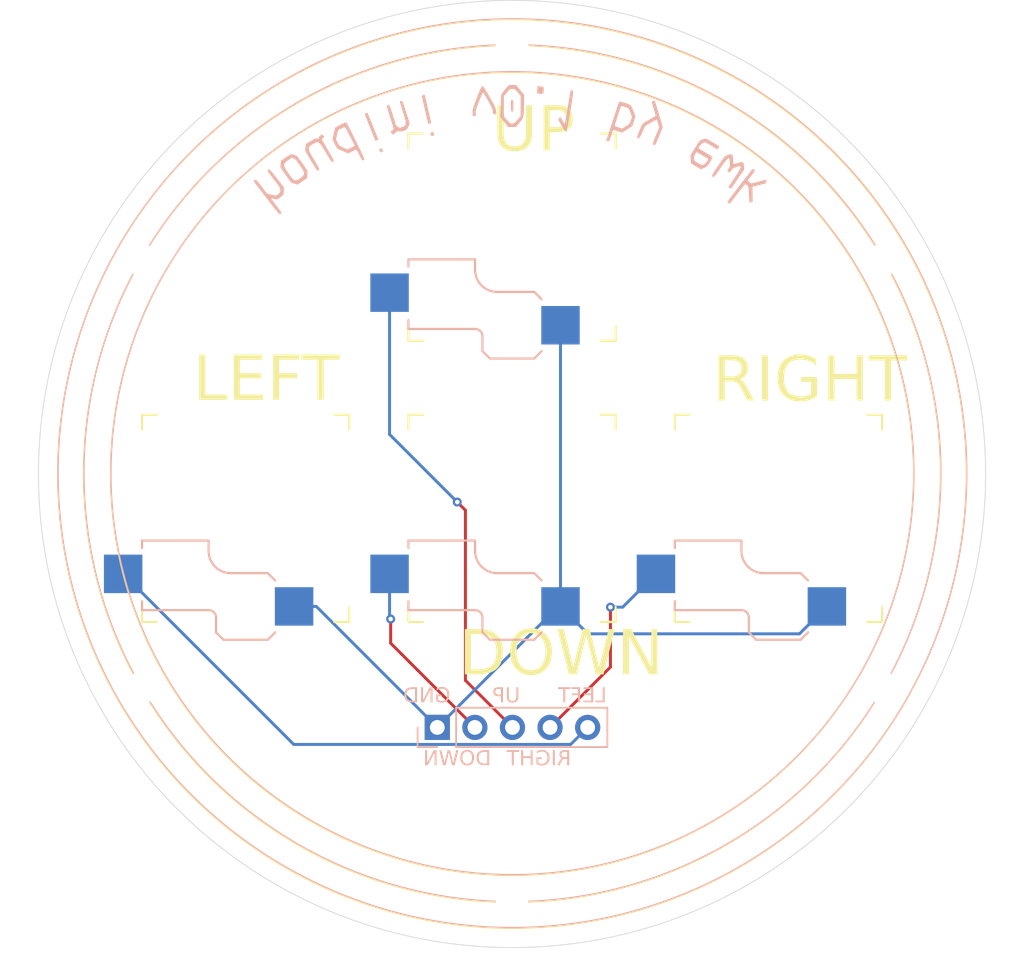
<source format=kicad_pcb>
(kicad_pcb (version 20241229) (generator "pcbnew") (generator_version "9.0")
  (layers (0 "F.Cu" signal) (2 "B.Cu" signal) (13 "F.Paste" user) (15 "B.Paste" user) (5 "F.SilkS" user "F.Silkscreen") (7 "B.SilkS" user "B.Silkscreen") (1 "F.Mask" user) (3 "B.Mask" user) (25 "Edge.Cuts" user))
  (net 0 "")
  (net 1 "LEFT")
  (net 2 "GND")
  (net 3 "DOWN")
  (net 4 "RIGHT")
  (net 5 "UP")
  (footprint "MountingHole:MountingHole_2.2mm_M2" (layer "F.Cu") (at 132.614737 48.5)
    (property "Reference" "REF**" (hide yes))
    (property "Value" "MountingHole_2.2mm_M2")
    (pad "" np_thru_hole circle (at 0 0) (size 2.2 2.2) (drill 2.2) (layers "*.Cu" "*.Mask"))
  )
  (footprint "kbdextras:Kailh_socket_PG1350" (layer "F.Cu") (at 107.5 47)
    (property "Reference" "UP1" (hide yes))
    (property "Value" "SW_SPST")
    (fp_line (start -7 -6) (end -7 -7) (stroke (width 0.15)) (layer "F.SilkS"))
    (fp_line (start -7 7) (end -7 6) (stroke (width 0.15)) (layer "F.SilkS"))
    (fp_line (start -7 7) (end -6 7) (stroke (width 0.15)) (layer "F.SilkS"))
    (fp_line (start -6 -7) (end -7 -7) (stroke (width 0.15)) (layer "F.SilkS"))
    (fp_line (start 6 7) (end 7 7) (stroke (width 0.15)) (layer "F.SilkS"))
    (fp_line (start 7 -7) (end 6 -7) (stroke (width 0.15)) (layer "F.SilkS"))
    (fp_line (start 7 -7) (end 7 -6) (stroke (width 0.15)) (layer "F.SilkS"))
    (fp_line (start 7 6) (end 7 7) (stroke (width 0.15)) (layer "F.SilkS"))
    (fp_line (start 7 7) (end 6 7) (stroke (width 0.15)) (layer "F.SilkS"))
    (fp_line (start -7 1.5) (end -7 2) (stroke (width 0.15)) (layer "B.SilkS"))
    (fp_line (start -7 5.6) (end -7 6.2) (stroke (width 0.15)) (layer "B.SilkS"))
    (fp_line (start -7 6.2) (end -2.5 6.2) (stroke (width 0.15)) (layer "B.SilkS"))
    (fp_line (start -2.5 1.5) (end -7 1.5) (stroke (width 0.15)) (layer "B.SilkS"))
    (fp_line (start -2.5 2.2) (end -2.5 1.5) (stroke (width 0.15)) (layer "B.SilkS"))
    (fp_line (start -2 6.7) (end -2 7.7) (stroke (width 0.15)) (layer "B.SilkS"))
    (fp_line (start -1.5 8.2) (end -2 7.7) (stroke (width 0.15)) (layer "B.SilkS"))
    (fp_line (start 1.5 3.7) (end -1 3.7) (stroke (width 0.15)) (layer "B.SilkS"))
    (fp_line (start 1.5 8.2) (end -1.5 8.2) (stroke (width 0.15)) (layer "B.SilkS"))
    (fp_line (start 2 4.2) (end 1.5 3.7) (stroke (width 0.15)) (layer "B.SilkS"))
    (fp_line (start 2 7.7) (end 1.5 8.2) (stroke (width 0.15)) (layer "B.SilkS"))
    (fp_arc (start -2.5 6.2) (mid -2.146447 6.346447) (end -2 6.7) (stroke (width 0.15)) (layer "B.SilkS"))
    (fp_arc (start -1 3.7) (mid -2.06066 3.26066) (end -2.5 2.2) (stroke (width 0.15)) (layer "B.SilkS"))
    (pad "" np_thru_hole circle (at -5.5 0) (size 1.7018 1.7018) (drill 1.7018) (layers "*.Cu" "*.Mask"))
    (pad "" np_thru_hole circle (at -5 3.75) (size 3 3) (drill 3) (layers "*.Cu" "*.Mask"))
    (pad "" np_thru_hole circle (at 0 0) (size 3.429 3.429) (drill 3.429) (layers "*.Cu" "*.Mask"))
    (pad "" np_thru_hole circle (at 0 5.95) (size 3 3) (drill 3) (layers "*.Cu" "*.Mask"))
    (pad "" np_thru_hole circle (at 5.22 -4.2) (size 0.9906 0.9906) (drill 0.9906) (layers "*.Cu" "*.Mask"))
    (pad "" np_thru_hole circle (at 5.5 0) (size 1.7018 1.7018) (drill 1.7018) (layers "*.Cu" "*.Mask"))
    (pad "1" smd rect (at 3.275 5.95) (size 2.6 2.6) (layers "B.Cu" "B.Mask" "B.Paste") (net 2 "GND"))
    (pad "2" smd rect (at -8.275 3.75) (size 2.6 2.6) (layers "B.Cu" "B.Mask" "B.Paste") (net 5 "UP"))
  )
  (footprint "kbdextras:Kailh_socket_PG1350" (layer "F.Cu") (at 107.5 66)
    (property "Reference" "DOWN1" (hide yes))
    (property "Value" "SW_SPST")
    (fp_line (start -7 -6) (end -7 -7) (stroke (width 0.15)) (layer "F.SilkS"))
    (fp_line (start -7 7) (end -7 6) (stroke (width 0.15)) (layer "F.SilkS"))
    (fp_line (start -7 7) (end -6 7) (stroke (width 0.15)) (layer "F.SilkS"))
    (fp_line (start -6 -7) (end -7 -7) (stroke (width 0.15)) (layer "F.SilkS"))
    (fp_line (start 6 7) (end 7 7) (stroke (width 0.15)) (layer "F.SilkS"))
    (fp_line (start 7 -7) (end 6 -7) (stroke (width 0.15)) (layer "F.SilkS"))
    (fp_line (start 7 -7) (end 7 -6) (stroke (width 0.15)) (layer "F.SilkS"))
    (fp_line (start 7 6) (end 7 7) (stroke (width 0.15)) (layer "F.SilkS"))
    (fp_line (start 7 7) (end 6 7) (stroke (width 0.15)) (layer "F.SilkS"))
    (fp_line (start -7 1.5) (end -7 2) (stroke (width 0.15)) (layer "B.SilkS"))
    (fp_line (start -7 5.6) (end -7 6.2) (stroke (width 0.15)) (layer "B.SilkS"))
    (fp_line (start -7 6.2) (end -2.5 6.2) (stroke (width 0.15)) (layer "B.SilkS"))
    (fp_line (start -2.5 1.5) (end -7 1.5) (stroke (width 0.15)) (layer "B.SilkS"))
    (fp_line (start -2.5 2.2) (end -2.5 1.5) (stroke (width 0.15)) (layer "B.SilkS"))
    (fp_line (start -2 6.7) (end -2 7.7) (stroke (width 0.15)) (layer "B.SilkS"))
    (fp_line (start -1.5 8.2) (end -2 7.7) (stroke (width 0.15)) (layer "B.SilkS"))
    (fp_line (start 1.5 3.7) (end -1 3.7) (stroke (width 0.15)) (layer "B.SilkS"))
    (fp_line (start 1.5 8.2) (end -1.5 8.2) (stroke (width 0.15)) (layer "B.SilkS"))
    (fp_line (start 2 4.2) (end 1.5 3.7) (stroke (width 0.15)) (layer "B.SilkS"))
    (fp_line (start 2 7.7) (end 1.5 8.2) (stroke (width 0.15)) (layer "B.SilkS"))
    (fp_arc (start -2.5 6.2) (mid -2.146447 6.346447) (end -2 6.7) (stroke (width 0.15)) (layer "B.SilkS"))
    (fp_arc (start -1 3.7) (mid -2.06066 3.26066) (end -2.5 2.2) (stroke (width 0.15)) (layer "B.SilkS"))
    (pad "" np_thru_hole circle (at -5.5 0) (size 1.7018 1.7018) (drill 1.7018) (layers "*.Cu" "*.Mask"))
    (pad "" np_thru_hole circle (at -5 3.75) (size 3 3) (drill 3) (layers "*.Cu" "*.Mask"))
    (pad "" np_thru_hole circle (at 0 0) (size 3.429 3.429) (drill 3.429) (layers "*.Cu" "*.Mask"))
    (pad "" np_thru_hole circle (at 0 5.95) (size 3 3) (drill 3) (layers "*.Cu" "*.Mask"))
    (pad "" np_thru_hole circle (at 5.22 -4.2) (size 0.9906 0.9906) (drill 0.9906) (layers "*.Cu" "*.Mask"))
    (pad "" np_thru_hole circle (at 5.5 0) (size 1.7018 1.7018) (drill 1.7018) (layers "*.Cu" "*.Mask"))
    (pad "1" smd rect (at 3.275 5.95) (size 2.6 2.6) (layers "B.Cu" "B.Mask" "B.Paste") (net 2 "GND"))
    (pad "2" smd rect (at -8.275 3.75) (size 2.6 2.6) (layers "B.Cu" "B.Mask" "B.Paste") (net 3 "DOWN"))
  )
  (footprint "MountingHole:MountingHole_2.2mm_M2" (layer "F.Cu") (at 132.614737 77.5)
    (property "Reference" "REF**" (hide yes))
    (property "Value" "MountingHole_2.2mm_M2")
    (pad "" np_thru_hole circle (at 0 0) (size 2.2 2.2) (drill 2.2) (layers "*.Cu" "*.Mask"))
  )
  (footprint "kbdextras:Kailh_socket_PG1350" (layer "F.Cu") (at 125.5 66)
    (property "Reference" "RIGHT1" (hide yes))
    (property "Value" "SW_SPST")
    (fp_line (start -7 -6) (end -7 -7) (stroke (width 0.15)) (layer "F.SilkS"))
    (fp_line (start -7 7) (end -7 6) (stroke (width 0.15)) (layer "F.SilkS"))
    (fp_line (start -7 7) (end -6 7) (stroke (width 0.15)) (layer "F.SilkS"))
    (fp_line (start -6 -7) (end -7 -7) (stroke (width 0.15)) (layer "F.SilkS"))
    (fp_line (start 6 7) (end 7 7) (stroke (width 0.15)) (layer "F.SilkS"))
    (fp_line (start 7 -7) (end 6 -7) (stroke (width 0.15)) (layer "F.SilkS"))
    (fp_line (start 7 -7) (end 7 -6) (stroke (width 0.15)) (layer "F.SilkS"))
    (fp_line (start 7 6) (end 7 7) (stroke (width 0.15)) (layer "F.SilkS"))
    (fp_line (start 7 7) (end 6 7) (stroke (width 0.15)) (layer "F.SilkS"))
    (fp_line (start -7 1.5) (end -7 2) (stroke (width 0.15)) (layer "B.SilkS"))
    (fp_line (start -7 5.6) (end -7 6.2) (stroke (width 0.15)) (layer "B.SilkS"))
    (fp_line (start -7 6.2) (end -2.5 6.2) (stroke (width 0.15)) (layer "B.SilkS"))
    (fp_line (start -2.5 1.5) (end -7 1.5) (stroke (width 0.15)) (layer "B.SilkS"))
    (fp_line (start -2.5 2.2) (end -2.5 1.5) (stroke (width 0.15)) (layer "B.SilkS"))
    (fp_line (start -2 6.7) (end -2 7.7) (stroke (width 0.15)) (layer "B.SilkS"))
    (fp_line (start -1.5 8.2) (end -2 7.7) (stroke (width 0.15)) (layer "B.SilkS"))
    (fp_line (start 1.5 3.7) (end -1 3.7) (stroke (width 0.15)) (layer "B.SilkS"))
    (fp_line (start 1.5 8.2) (end -1.5 8.2) (stroke (width 0.15)) (layer "B.SilkS"))
    (fp_line (start 2 4.2) (end 1.5 3.7) (stroke (width 0.15)) (layer "B.SilkS"))
    (fp_line (start 2 7.7) (end 1.5 8.2) (stroke (width 0.15)) (layer "B.SilkS"))
    (fp_arc (start -2.5 6.2) (mid -2.146447 6.346447) (end -2 6.7) (stroke (width 0.15)) (layer "B.SilkS"))
    (fp_arc (start -1 3.7) (mid -2.06066 3.26066) (end -2.5 2.2) (stroke (width 0.15)) (layer "B.SilkS"))
    (pad "" np_thru_hole circle (at -5.5 0) (size 1.7018 1.7018) (drill 1.7018) (layers "*.Cu" "*.Mask"))
    (pad "" np_thru_hole circle (at -5 3.75) (size 3 3) (drill 3) (layers "*.Cu" "*.Mask"))
    (pad "" np_thru_hole circle (at 0 0) (size 3.429 3.429) (drill 3.429) (layers "*.Cu" "*.Mask"))
    (pad "" np_thru_hole circle (at 0 5.95) (size 3 3) (drill 3) (layers "*.Cu" "*.Mask"))
    (pad "" np_thru_hole circle (at 5.22 -4.2) (size 0.9906 0.9906) (drill 0.9906) (layers "*.Cu" "*.Mask"))
    (pad "" np_thru_hole circle (at 5.5 0) (size 1.7018 1.7018) (drill 1.7018) (layers "*.Cu" "*.Mask"))
    (pad "1" smd rect (at 3.275 5.95) (size 2.6 2.6) (layers "B.Cu" "B.Mask" "B.Paste") (net 2 "GND"))
    (pad "2" smd rect (at -8.275 3.75) (size 2.6 2.6) (layers "B.Cu" "B.Mask" "B.Paste") (net 4 "RIGHT"))
  )
  (footprint "MountingHole:MountingHole_2.2mm_M2" (layer "F.Cu") (at 82.385263 77.5)
    (property "Reference" "REF**" (hide yes))
    (property "Value" "MountingHole_2.2mm_M2")
    (pad "" np_thru_hole circle (at 0 0) (size 2.2 2.2) (drill 2.2) (layers "*.Cu" "*.Mask"))
  )
  (footprint "MountingHole:MountingHole_2.2mm_M2" (layer "F.Cu") (at 107.5 34)
    (property "Reference" "REF**" (hide yes))
    (property "Value" "MountingHole_2.2mm_M2")
    (pad "" np_thru_hole circle (at 0 0) (size 2.2 2.2) (drill 2.2) (layers "*.Cu" "*.Mask"))
  )
  (footprint "kbdextras:Kailh_socket_PG1350" (layer "F.Cu") (at 89.5 66)
    (property "Reference" "LEFT1" (hide yes))
    (property "Value" "SW_SPST")
    (fp_line (start -7 -6) (end -7 -7) (stroke (width 0.15)) (layer "F.SilkS"))
    (fp_line (start -7 7) (end -7 6) (stroke (width 0.15)) (layer "F.SilkS"))
    (fp_line (start -7 7) (end -6 7) (stroke (width 0.15)) (layer "F.SilkS"))
    (fp_line (start -6 -7) (end -7 -7) (stroke (width 0.15)) (layer "F.SilkS"))
    (fp_line (start 6 7) (end 7 7) (stroke (width 0.15)) (layer "F.SilkS"))
    (fp_line (start 7 -7) (end 6 -7) (stroke (width 0.15)) (layer "F.SilkS"))
    (fp_line (start 7 -7) (end 7 -6) (stroke (width 0.15)) (layer "F.SilkS"))
    (fp_line (start 7 6) (end 7 7) (stroke (width 0.15)) (layer "F.SilkS"))
    (fp_line (start 7 7) (end 6 7) (stroke (width 0.15)) (layer "F.SilkS"))
    (fp_line (start -7 1.5) (end -7 2) (stroke (width 0.15)) (layer "B.SilkS"))
    (fp_line (start -7 5.6) (end -7 6.2) (stroke (width 0.15)) (layer "B.SilkS"))
    (fp_line (start -7 6.2) (end -2.5 6.2) (stroke (width 0.15)) (layer "B.SilkS"))
    (fp_line (start -2.5 1.5) (end -7 1.5) (stroke (width 0.15)) (layer "B.SilkS"))
    (fp_line (start -2.5 2.2) (end -2.5 1.5) (stroke (width 0.15)) (layer "B.SilkS"))
    (fp_line (start -2 6.7) (end -2 7.7) (stroke (width 0.15)) (layer "B.SilkS"))
    (fp_line (start -1.5 8.2) (end -2 7.7) (stroke (width 0.15)) (layer "B.SilkS"))
    (fp_line (start 1.5 3.7) (end -1 3.7) (stroke (width 0.15)) (layer "B.SilkS"))
    (fp_line (start 1.5 8.2) (end -1.5 8.2) (stroke (width 0.15)) (layer "B.SilkS"))
    (fp_line (start 2 4.2) (end 1.5 3.7) (stroke (width 0.15)) (layer "B.SilkS"))
    (fp_line (start 2 7.7) (end 1.5 8.2) (stroke (width 0.15)) (layer "B.SilkS"))
    (fp_arc (start -2.5 6.2) (mid -2.146447 6.346447) (end -2 6.7) (stroke (width 0.15)) (layer "B.SilkS"))
    (fp_arc (start -1 3.7) (mid -2.06066 3.26066) (end -2.5 2.2) (stroke (width 0.15)) (layer "B.SilkS"))
    (pad "" np_thru_hole circle (at -5.5 0) (size 1.7018 1.7018) (drill 1.7018) (layers "*.Cu" "*.Mask"))
    (pad "" np_thru_hole circle (at -5 3.75) (size 3 3) (drill 3) (layers "*.Cu" "*.Mask"))
    (pad "" np_thru_hole circle (at 0 0) (size 3.429 3.429) (drill 3.429) (layers "*.Cu" "*.Mask"))
    (pad "" np_thru_hole circle (at 0 5.95) (size 3 3) (drill 3) (layers "*.Cu" "*.Mask"))
    (pad "" np_thru_hole circle (at 5.22 -4.2) (size 0.9906 0.9906) (drill 0.9906) (layers "*.Cu" "*.Mask"))
    (pad "" np_thru_hole circle (at 5.5 0) (size 1.7018 1.7018) (drill 1.7018) (layers "*.Cu" "*.Mask"))
    (pad "1" smd rect (at 3.275 5.95) (size 2.6 2.6) (layers "B.Cu" "B.Mask" "B.Paste") (net 2 "GND"))
    (pad "2" smd rect (at -8.275 3.75) (size 2.6 2.6) (layers "B.Cu" "B.Mask" "B.Paste") (net 1 "LEFT"))
  )
  (footprint "MountingHole:MountingHole_2.2mm_M2" (layer "F.Cu") (at 107.5 92)
    (property "Reference" "REF**" (hide yes))
    (property "Value" "MountingHole_2.2mm_M2")
    (pad "" np_thru_hole circle (at 0 0) (size 2.2 2.2) (drill 2.2) (layers "*.Cu" "*.Mask"))
  )
  (footprint "MountingHole:MountingHole_2.2mm_M2" (layer "F.Cu") (at 82.385263 48.5)
    (property "Reference" "REF**" (hide yes))
    (property "Value" "MountingHole_2.2mm_M2")
    (pad "" np_thru_hole circle (at 0 0) (size 2.2 2.2) (drill 2.2) (layers "*.Cu" "*.Mask"))
  )
  (footprint "LOGO" (layer "B.Cu") (at 101.31 51.71)
    (property "Reference" "G***" (hide yes))
    (property "Value" "LOGO" (hide yes))
    (fp_poly (pts (xy -2.594973 -10.453037) (xy -2.564369 -10.469795) (xy -2.535193 -10.506753) (xy -2.545996 -10.57261) (xy -2.564461 -10.619947) (xy -2.60745 -10.699263) (xy -2.656484 -10.718267) (xy -2.702012 -10.706076) (xy -2.774207 -10.660759) (xy -2.782722 -10.591438) (xy -2.749319 -10.512488) (xy -2.682927 -10.445322)) (fill yes) (layer "B.SilkS"))
    (fp_poly (pts (xy 0.84844 -11.551681) (xy 0.905944 -11.589256) (xy 0.916364 -11.61991) (xy 0.905102 -11.704387) (xy 0.880165 -11.786566) (xy 0.852234 -11.834363) (xy 0.844067 -11.837102) (xy 0.788842 -11.824337) (xy 0.751075 -11.814732) (xy 0.698625 -11.766421) (xy 0.684254 -11.678787) (xy 0.712287 -11.582862) (xy 0.717539 -11.574088) (xy 0.773119 -11.543739)) (fill yes) (layer "B.SilkS"))
    (fp_poly (pts (xy 6.239223 -13.193072) (xy 6.261963 -13.218578) (xy 6.274738 -13.278362) (xy 6.280378 -13.386557) (xy 6.281714 -13.557296) (xy 6.28172 -13.577345) (xy 6.280149 -13.757134) (xy 6.27382 -13.873202) (xy 6.260308 -13.939825) (xy 6.23719 -13.971281) (xy 6.213323 -13.980152) (xy 6.145317 -13.965432) (xy 6.123918 -13.938582) (xy 6.115703 -13.876681) (xy 6.111719 -13.758149) (xy 6.112477 -13.604297) (xy 6.114282 -13.535775) (xy 6.12117 -13.369583) (xy 6.131132 -13.266566) (xy 6.147985 -13.211865) (xy 6.175544 -13.190625) (xy 6.203687 -13.187711)) (fill yes) (layer "B.SilkS"))
    (fp_poly (pts (xy 8.271611 -14.405675) (xy 8.313062 -14.469957) (xy 8.328003 -14.591917) (xy 8.32951 -14.680107) (xy 8.326873 -14.799628) (xy 8.312236 -14.860613) (xy 8.276864 -14.882491) (xy 8.237442 -14.884946) (xy 8.129962 -14.892828) (xy 8.022849 -14.909331) (xy 7.947186 -14.920781) (xy 7.911797 -14.902449) (xy 7.901237 -14.835883) (xy 7.900389 -14.763018) (xy 7.894947 -14.63592) (xy 7.882051 -14.529588) (xy 7.877412 -14.508669) (xy 7.872133 -14.458779) (xy 7.901439 -14.42882) (xy 7.982088 -14.408452) (xy 8.058303 -14.397054) (xy 8.19093 -14.385799)) (fill yes) (layer "B.SilkS"))
    (fp_poly (pts (xy -2.996478 -11.223034) (xy -2.928644 -11.248192) (xy -2.833149 -11.291702) (xy -3.202471 -12.198312) (xy -3.303702 -12.44627) (xy -3.395042 -12.668964) (xy -3.472448 -12.856621) (xy -3.531876 -12.999467) (xy -3.569284 -13.087729) (xy -3.580674 -13.112505) (xy -3.619105 -13.10636) (xy -3.677343 -13.086878) (xy -3.744765 -13.053751) (xy -3.765131 -13.032582) (xy -3.75121 -12.992645) (xy -3.712672 -12.892463) (xy -3.654347 -12.744052) (xy -3.581071 -12.55943) (xy -3.497675 -12.350614) (xy -3.408993 -12.129621) (xy -3.319858 -11.908468) (xy -3.235103 -11.699172) (xy -3.159561 -11.51375) (xy -3.098065 -11.36422) (xy -3.055448 -11.262597) (xy -3.036543 -11.220901) (xy -3.036451 -11.220774)) (fill yes) (layer "B.SilkS"))
    (fp_poly (pts (xy 0.62427 -12.378315) (xy 0.697458 -12.407453) (xy 0.72148 -12.441184) (xy 0.71279 -12.490184) (xy 0.688566 -12.604064) (xy 0.651285 -12.77178) (xy 0.603423 -12.982285) (xy 0.547457 -13.224534) (xy 0.506887 -13.398133) (xy 0.447111 -13.653325) (xy 0.393759 -13.88216) (xy 0.349276 -14.074055) (xy 0.316111 -14.218426) (xy 0.296709 -14.304689) (xy 0.292627 -14.324784) (xy 0.274783 -14.334424) (xy 0.208766 -14.322649) (xy 0.165822 -14.311814) (xy 0.108065 -14.275012) (xy 0.097875 -14.24806) (xy 0.106568 -14.198572) (xy 0.130801 -14.08423) (xy 0.168095 -13.916107) (xy 0.215973 -13.705274) (xy 0.271956 -13.462803) (xy 0.312468 -13.289424) (xy 0.372207 -13.034599) (xy 0.425534 -12.806482) (xy 0.470005 -12.615573) (xy 0.503177 -12.472376) (xy 0.522609 -12.387391) (xy 0.526728 -12.368183) (xy 0.559578 -12.368104)) (fill yes) (layer "B.SilkS"))
    (fp_poly (pts (xy 9.875676 -11.852532) (xy 9.888324 -11.896187) (xy 9.911901 -12.007926) (xy 9.944768 -12.178821) (xy 9.985284 -12.399941) (xy 10.031809 -12.662356) (xy 10.082704 -12.957137) (xy 10.129585 -13.234921) (xy 10.19059 -13.601699) (xy 10.238938 -13.898876) (xy 10.27505 -14.133781) (xy 10.299353 -14.313741) (xy 10.312268 -14.446086) (xy 10.314221 -14.538144) (xy 10.305635 -14.597242) (xy 10.286934 -14.630711) (xy 10.258542 -14.645877) (xy 10.220883 -14.65007) (xy 10.211448 -14.650247) (xy 10.154846 -14.619772) (xy 10.145658 -14.602073) (xy 10.135433 -14.5522) (xy 10.114402 -14.435583) (xy 10.08433 -14.262495) (xy 10.046977 -14.043206) (xy 10.004107 -13.787989) (xy 9.957482 -13.507116) (xy 9.950105 -13.462388) (xy 9.903295 -13.180645) (xy 9.860072 -12.924952) (xy 9.822161 -12.705157) (xy 9.791288 -12.53111) (xy 9.769175 -12.412661) (xy 9.757549 -12.359659) (xy 9.75672 -12.357846) (xy 9.732457 -12.381921) (xy 9.681901 -12.458134) (xy 9.61596 -12.570028) (xy 9.61548 -12.57088) (xy 9.548676 -12.688432) (xy 9.497546 -12.776357) (xy 9.473649 -12.814883) (xy 9.439686 -12.803352) (xy 9.379469 -12.752262) (xy 9.299508 -12.672301) (xy 9.513315 -12.286722) (xy 9.632956 -12.079635) (xy 9.726121 -11.939324) (xy 9.796974 -11.860799) (xy 9.849679 -11.83907)) (fill yes) (layer "B.SilkS"))
    (fp_poly (pts (xy 3.715079 -12.898732) (xy 3.746001 -12.923306) (xy 3.749306 -12.989248) (xy 3.739587 -13.080414) (xy 3.734479 -13.157886) (xy 3.740626 -13.238457) (xy 3.761759 -13.335737) (xy 3.801605 -13.463334) (xy 3.863894 -13.634855) (xy 3.952355 -13.863909) (xy 3.958765 -13.880261) (xy 4.039642 -14.082592) (xy 4.112141 -14.256748) (xy 4.171094 -14.390876) (xy 4.211331 -14.473124) (xy 4.226326 -14.493644) (xy 4.253332 -14.461001) (xy 4.311358 -14.37133) (xy 4.393566 -14.235838) (xy 4.493116 -14.065731) (xy 4.574731 -13.922733) (xy 4.698572 -13.70026) (xy 4.787073 -13.531908) (xy 4.845641 -13.405246) (xy 4.879681 -13.307845) (xy 4.894599 -13.227274) (xy 4.89662 -13.182544) (xy 4.90017 -13.076671) (xy 4.921045 -13.027299) (xy 4.974586 -13.012921) (xy 5.018167 -13.012135) (xy 5.139713 -13.012135) (xy 5.113035 -13.236482) (xy 5.098184 -13.323748) (xy 5.071091 -13.417209) (xy 5.026592 -13.528047) (xy 4.959526 -13.667446) (xy 4.864728 -13.846588) (xy 4.737034 -14.076654) (xy 4.67165 -14.192396) (xy 4.547606 -14.407607) (xy 4.434087 -14.597767) (xy 4.337313 -14.752998) (xy 4.263505 -14.863425) (xy 4.218882 -14.919171) (xy 4.210898 -14.923963) (xy 4.147794 -14.896475) (xy 4.126343 -14.875191) (xy 4.100665 -14.825) (xy 4.051941 -14.714069) (xy 3.985205 -14.554462) (xy 3.905496 -14.358244) (xy 3.817848 -14.13748) (xy 3.809431 -14.116022) (xy 3.710797 -13.861528) (xy 3.638264 -13.665649) (xy 3.587959 -13.514954) (xy 3.556009 -13.396009) (xy 3.538543 -13.295382) (xy 3.531688 -13.199641) (xy 3.531029 -13.150354) (xy 3.531029 -12.895084) (xy 3.646241 -12.895084)) (fill yes) (layer "B.SilkS"))
    (fp_poly (pts (xy 6.699936 -12.446933) (xy 6.789526 -12.556565) (xy 6.858641 -12.652612) (xy 6.910036 -12.747356) (xy 6.946468 -12.853081) (xy 6.970689 -12.982067) (xy 6.985456 -13.146597) (xy 6.993522 -13.358954) (xy 6.997644 -13.631419) (xy 6.998972 -13.780132) (xy 7.003533 -14.333537) (xy 6.73851 -14.658012) (xy 6.473488 -14.982488) (xy 6.23387 -14.994037) (xy 6.098445 -14.997598) (xy 6.012977 -14.985816) (xy 5.949635 -14.949532) (xy 5.880588 -14.879586) (xy 5.878241 -14.876986) (xy 5.71735 -14.69696) (xy 5.601911 -14.560137) (xy 5.524393 -14.452431) (xy 5.477262 -14.359756) (xy 5.452989 -14.268024) (xy 5.444042 -14.163151) (xy 5.442857 -14.062678) (xy 5.440626 -13.897102) (xy 5.434602 -13.684778) (xy 5.425788 -13.456843) (xy 5.41831 -13.301133) (xy 5.396396 -12.886405) (xy 5.637942 -12.886405) (xy 5.637942 -13.558799) (xy 5.637942 -14.231193) (xy 5.839839 -14.480036) (xy 5.942491 -14.60332) (xy 6.016023 -14.67733) (xy 6.078987 -14.714568) (xy 6.149935 -14.727538) (xy 6.209077 -14.728878) (xy 6.297147 -14.7246) (xy 6.364841 -14.703293) (xy 6.431743 -14.652247) (xy 6.517438 -14.558753) (xy 6.572925 -14.492751) (xy 6.769432 -14.256624) (xy 6.769432 -13.570427) (xy 6.769432 -12.88423) (xy 6.551539 -12.636047) (xy 6.436373 -12.510217) (xy 6.352067 -12.434766) (xy 6.282306 -12.397912) (xy 6.210778 -12.387875) (xy 6.207844 -12.387864) (xy 6.126509 -12.393775) (xy 6.057505 -12.419143) (xy 5.985204 -12.475419) (xy 5.893981 -12.574055) (xy 5.801152 -12.685906) (xy 5.637942 -12.886405) (xy 5.396396 -12.886405) (xy 5.393762 -12.836559) (xy 5.661462 -12.495161) (xy 5.929163 -12.153763) (xy 6.192014 -12.153763) (xy 6.454865 -12.153763)) (fill yes) (layer "B.SilkS"))
    (fp_poly (pts (xy -7.969225 -8.483602) (xy -7.647312 -8.70657) (xy -7.635696 -8.94752) (xy -7.62408 -9.188469) (xy -7.956025 -9.670113) (xy -8.07606 -9.842046) (xy -8.18377 -9.992178) (xy -8.270027 -10.108097) (xy -8.325705 -10.17739) (xy -8.338302 -10.190014) (xy -8.405455 -10.223192) (xy -8.515029 -10.262804) (xy -8.633323 -10.298119) (xy -8.726635 -10.318402) (xy -8.746376 -10.319969) (xy -8.792298 -10.299014) (xy -8.88614 -10.242642) (xy -9.012181 -10.160589) (xy -9.097736 -10.102378) (xy -9.412542 -9.884787) (xy -9.438408 -9.664702) (xy -9.453464 -9.536598) (xy -9.20928 -9.536598) (xy -9.208361 -9.634648) (xy -9.161193 -9.721866) (xy -9.067904 -9.811163) (xy -8.941713 -9.906063) (xy -8.826557 -9.988848) (xy -8.740228 -10.051033) (xy -8.698455 -10.081286) (xy -8.696836 -10.082503) (xy -8.661703 -10.073451) (xy -8.581103 -10.046873) (xy -8.569708 -10.042921) (xy -8.501 -10.004662) (xy -8.420468 -9.929346) (xy -8.319697 -9.807562) (xy -8.19027 -9.629895) (xy -8.154208 -9.578181) (xy -8.010457 -9.365128) (xy -7.914036 -9.201485) (xy -7.86442 -9.075029) (xy -7.861083 -8.973531) (xy -7.9035 -8.884767) (xy -7.991144 -8.796511) (xy -8.116525 -8.7015) (xy -8.253602 -8.609593) (xy -8.36501 -8.556091) (xy -8.461646 -8.545623) (xy -8.554407 -8.582815) (xy -8.654192 -8.672296) (xy -8.771898 -8.818695) (xy -8.918423 -9.026638) (xy -8.933272 -9.048349) (xy -9.071863 -9.256359) (xy -9.163823 -9.414805) (xy -9.20928 -9.536598) (xy -9.453464 -9.536598) (xy -9.464275 -9.444616) (xy -9.122375 -8.943263) (xy -9.001944 -8.768326) (xy -8.894802 -8.61579) (xy -8.809509 -8.497604) (xy -8.754623 -8.425718) (xy -8.740621 -8.410342) (xy -8.682694 -8.382366) (xy -8.577 -8.3446) (xy -8.495953 -8.319704) (xy -8.291139 -8.260633)) (fill yes) (layer "B.SilkS"))
    (fp_poly (pts (xy 21.003082 -7.094023) (xy 21.119949 -7.247584) (xy 21.252414 -7.420931) (xy 21.391774 -7.602749) (xy 21.52933 -7.781721) (xy 21.65638 -7.946529) (xy 21.764224 -8.085858) (xy 21.844161 -8.18839) (xy 21.887491 -8.24281) (xy 21.89138 -8.247348) (xy 21.934937 -8.276507) (xy 21.99171 -8.260811) (xy 22.054974 -8.219522) (xy 22.100669 -8.185019) (xy 22.132951 -8.148353) (xy 22.155036 -8.095565) (xy 22.170136 -8.012696) (xy 22.181466 -7.885788) (xy 22.192241 -7.70088) (xy 22.197474 -7.600619) (xy 22.208429 -7.404822) (xy 22.219214 -7.239127) (xy 22.228772 -7.11802) (xy 22.236045 -7.055986) (xy 22.237637 -7.051047) (xy 22.28 -7.050223) (xy 22.349197 -7.063666) (xy 22.448462 -7.08858) (xy 22.441589 -7.602047) (xy 22.434716 -8.115514) (xy 22.902918 -8.235282) (xy 23.371121 -8.355049) (xy 23.383451 -8.480527) (xy 23.38972 -8.529157) (xy 23.390639 -8.563191) (xy 23.375799 -8.581998) (xy 23.334793 -8.584949) (xy 23.257211 -8.571416) (xy 23.132646 -8.540767) (xy 22.95069 -8.492373) (xy 22.7673 -8.443255) (xy 22.358564 -8.33429) (xy 22.22976 -8.432533) (xy 22.100956 -8.530777) (xy 22.360615 -8.863307) (xy 22.474347 -9.009941) (xy 22.545938 -9.108411) (xy 22.5813 -9.17204) (xy 22.58634 -9.21415) (xy 22.566971 -9.248063) (xy 22.54259 -9.273522) (xy 22.496352 -9.315203) (xy 22.459131 -9.320861) (xy 22.412121 -9.282459) (xy 22.336515 -9.191962) (xy 22.328526 -9.182054) (xy 22.235644 -9.06513) (xy 22.113746 -8.909101) (xy 21.969414 -8.722633) (xy 21.809232 -8.514389) (xy 21.639782 -8.293034) (xy 21.467648 -8.067232) (xy 21.299412 -7.845647) (xy 21.141658 -7.636944) (xy 21.000969 -7.449787) (xy 20.883927 -7.29284) (xy 20.797116 -7.174767) (xy 20.747119 -7.104232) (xy 20.737481 -7.088006) (xy 20.76444 -7.052702) (xy 20.823883 -7.007657) (xy 20.883656 -6.974508) (xy 20.910511 -6.971566)) (fill yes) (layer "B.SilkS"))
    (fp_poly (pts (xy 12.755024 -11.183409) (xy 12.771666 -11.224222) (xy 12.806774 -11.322927) (xy 12.85465 -11.46322) (xy 12.892983 -11.578264) (xy 12.945691 -11.736125) (xy 12.988846 -11.861993) (xy 13.017062 -11.940363) (xy 13.025107 -11.958673) (xy 13.062636 -11.948022) (xy 13.156722 -11.919693) (xy 13.289387 -11.879117) (xy 13.335509 -11.864909) (xy 13.639374 -11.771151) (xy 13.979287 -11.994575) (xy 14.319201 -12.218) (xy 14.426132 -12.547988) (xy 14.533062 -12.877976) (xy 14.395807 -13.227596) (xy 14.331476 -13.383757) (xy 14.272182 -13.514111) (xy 14.226665 -13.600049) (xy 14.210843 -13.621479) (xy 14.144926 -13.661052) (xy 14.032599 -13.708332) (xy 13.89252 -13.757728) (xy 13.743349 -13.803647) (xy 13.603748 -13.840495) (xy 13.492375 -13.862681) (xy 13.427891 -13.86461) (xy 13.419481 -13.858665) (xy 13.403575 -13.811786) (xy 13.366361 -13.699523) (xy 13.31073 -13.530681) (xy 13.239576 -13.31406) (xy 13.15579 -13.058465) (xy 13.062265 -12.772699) (xy 12.977766 -12.514169) (xy 12.890355 -12.246569) (xy 13.129186 -12.246569) (xy 13.140685 -12.293027) (xy 13.17255 -12.401095) (xy 13.22083 -12.55823) (xy 13.281576 -12.751894) (xy 13.350836 -12.969547) (xy 13.424661 -13.198647) (xy 13.4991 -13.426656) (xy 13.538292 -13.545303) (xy 13.572738 -13.564) (xy 13.660234 -13.552884) (xy 13.799731 -13.514087) (xy 13.929154 -13.470996) (xy 14.026864 -13.433238) (xy 14.070097 -13.410105) (xy 14.094609 -13.362507) (xy 14.137219 -13.261973) (xy 14.189345 -13.128897) (xy 14.197144 -13.108216) (xy 14.300177 -12.833636) (xy 14.221224 -12.600996) (xy 14.175738 -12.478822) (xy 14.127095 -12.393718) (xy 14.056231 -12.323509) (xy 13.944083 -12.246022) (xy 13.883372 -12.208008) (xy 13.624473 -12.04766) (xy 13.376829 -12.128175) (xy 13.251625 -12.174115) (xy 13.162577 -12.216775) (xy 13.129186 -12.246569) (xy 12.890355 -12.246569) (xy 12.55384 -11.216357) (xy 12.648246 -11.192663) (xy 12.724192 -11.179746)) (fill yes) (layer "B.SilkS"))
    (fp_poly (pts (xy 15.864753 -10.937172) (xy 15.886993 -10.980572) (xy 15.933175 -11.083543) (xy 15.997799 -11.23339) (xy 16.075362 -11.417418) (xy 16.132129 -11.55424) (xy 16.375611 -12.144732) (xy 16.108573 -13.046636) (xy 16.033479 -13.297557) (xy 15.964915 -13.52153) (xy 15.906132 -13.708352) (xy 15.860378 -13.84782) (xy 15.830904 -13.929729) (xy 15.821689 -13.947354) (xy 15.775756 -13.929512) (xy 15.723809 -13.902583) (xy 15.658629 -13.865425) (xy 15.635659 -13.851384) (xy 15.642378 -13.81344) (xy 15.668106 -13.715607) (xy 15.708797 -13.572545) (xy 15.760401 -13.398914) (xy 15.762464 -13.392107) (xy 15.815361 -13.215976) (xy 15.858759 -13.068349) (xy 15.888239 -12.964485) (xy 15.89938 -12.919642) (xy 15.899385 -12.919435) (xy 15.867312 -12.893581) (xy 15.779761 -12.838203) (xy 15.649736 -12.76119) (xy 15.490239 -12.67043) (xy 15.473827 -12.661268) (xy 15.307599 -12.566637) (xy 15.165232 -12.48186) (xy 15.061369 -12.415916) (xy 15.010658 -12.377785) (xy 15.009743 -12.376724) (xy 14.980604 -12.323721) (xy 14.92955 -12.214165) (xy 14.863717 -12.063929) (xy 14.790241 -11.888886) (xy 14.788554 -11.884782) (xy 14.710645 -11.689818) (xy 14.662752 -11.554801) (xy 14.641922 -11.468951) (xy 14.6452 -11.421488) (xy 14.65763 -11.406874) (xy 14.716704 -11.383069) (xy 14.771061 -11.399358) (xy 14.827638 -11.464027) (xy 14.893376 -11.585359) (xy 14.975212 -11.77164) (xy 14.987034 -11.800182) (xy 15.060681 -11.967894) (xy 15.13147 -12.109978) (xy 15.190584 -12.2098) (xy 15.224776 -12.248823) (xy 15.288116 -12.284865) (xy 15.401141 -12.34783) (xy 15.545033 -12.427268) (xy 15.634639 -12.476454) (xy 15.974654 -12.662692) (xy 16.056251 -12.394052) (xy 16.137848 -12.125411) (xy 15.904252 -11.564088) (xy 15.816295 -11.351904) (xy 15.755561 -11.20035) (xy 15.719263 -11.098023) (xy 15.704613 -11.03352) (xy 15.708823 -10.995438) (xy 15.729106 -10.972374) (xy 15.755758 -10.956681) (xy 15.828776 -10.931017)) (fill yes) (layer "B.SilkS"))
    (fp_poly (pts (xy -3.81765 -9.920811) (xy -3.804148 -9.929071) (xy -3.793329 -9.948817) (xy -3.797306 -9.990398) (xy -3.818875 -10.060188) (xy -3.86083 -10.164564) (xy -3.925968 -10.309901) (xy -4.017085 -10.502574) (xy -4.136977 -10.748959) (xy -4.28844 -11.055431) (xy -4.369893 -11.219162) (xy -4.514122 -11.507927) (xy -4.647655 -11.773888) (xy -4.766463 -12.009128) (xy -4.866518 -12.205728) (xy -4.943789 -12.355767) (xy -4.994247 -12.451328) (xy -5.013671 -12.484433) (xy -5.054499 -12.473227) (xy -5.148999 -12.433207) (xy -5.281478 -12.371305) (xy -5.384332 -12.320709) (xy -5.533093 -12.245684) (xy -5.653274 -12.18419) (xy -5.729415 -12.144189) (xy -5.74809 -12.133381) (xy -5.76152 -12.093058) (xy -5.787943 -11.992942) (xy -5.823188 -11.849363) (xy -5.852992 -11.7226) (xy -5.945288 -11.323151) (xy -5.944576 -11.321735) (xy -5.708912 -11.321735) (xy -5.638961 -11.62265) (xy -5.604475 -11.765274) (xy -5.575455 -11.87491) (xy -5.557051 -11.932386) (xy -5.554704 -11.936364) (xy -5.504012 -11.96789) (xy -5.410278 -12.01718) (xy -5.298857 -12.071927) (xy -5.1951 -12.119822) (xy -5.124359 -12.148556) (xy -5.110665 -12.151946) (xy -5.08149 -12.119275) (xy -5.024457 -12.027379) (xy -4.945751 -11.887249) (xy -4.851556 -11.709879) (xy -4.753234 -11.516645) (xy -4.435367 -10.879527) (xy -4.683547 -10.757144) (xy -4.931726 -10.634761) (xy -5.216555 -10.764963) (xy -5.362773 -10.835053) (xy -5.457748 -10.894195) (xy -5.522477 -10.960949) (xy -5.577956 -11.053873) (xy -5.605148 -11.10845) (xy -5.708912 -11.321735) (xy -5.944576 -11.321735) (xy -5.789563 -11.013429) (xy -5.633838 -10.703707) (xy -5.263402 -10.531776) (xy -4.892966 -10.359845) (xy -4.620059 -10.497279) (xy -4.488105 -10.560038) (xy -4.383382 -10.602988) (xy -4.324589 -10.618645) (xy -4.319506 -10.617583) (xy -4.291681 -10.57731) (xy -4.238785 -10.482443) (xy -4.169386 -10.348799) (xy -4.118011 -10.245618) (xy -4.032281 -10.07572) (xy -3.968748 -9.967737) (xy -3.918044 -9.912224) (xy -3.8708 -9.899731)) (fill yes) (layer "B.SilkS"))
    (fp_poly (pts (xy -1.817331 -11.67213) (xy -1.711971 -11.733371) (xy -1.635405 -11.806987) (xy -1.624908 -11.825176) (xy -1.586097 -11.891131) (xy -1.540024 -11.893858) (xy -1.492725 -11.867956) (xy -1.434644 -11.841365) (xy -1.367361 -11.837583) (xy -1.267682 -11.858201) (xy -1.156553 -11.890991) (xy -1.021976 -11.935723) (xy -0.938883 -11.978759) (xy -0.883745 -12.0399) (xy -0.833032 -12.138944) (xy -0.81569 -12.177816) (xy -0.722882 -12.387671) (xy -0.960071 -13.138843) (xy -1.033338 -13.368094) (xy -1.099974 -13.571361) (xy -1.156053 -13.737084) (xy -1.197645 -13.853701) (xy -1.220826 -13.909653) (xy -1.2229 -13.91254) (xy -1.278425 -13.924234) (xy -1.31682 -13.919433) (xy -1.374938 -13.884391) (xy -1.385342 -13.857891) (xy -1.374144 -13.807595) (xy -1.342867 -13.695565) (xy -1.295228 -13.534386) (xy -1.234945 -13.336639) (xy -1.16774 -13.121268) (xy -1.08314 -12.847907) (xy -1.024432 -12.638134) (xy -0.992291 -12.481693) (xy -0.987393 -12.368324) (xy -1.010413 -12.287771) (xy -1.062025 -12.229775) (xy -1.142905 -12.184078) (xy -1.231753 -12.148509) (xy -1.342366 -12.110749) (xy -1.413429 -12.103124) (xy -1.477819 -12.126727) (xy -1.530249 -12.158435) (xy -1.619417 -12.239171) (xy -1.674382 -12.333035) (xy -1.676442 -12.340464) (xy -1.696902 -12.412904) (xy -1.736568 -12.544354) (xy -1.790737 -12.719544) (xy -1.854704 -12.923203) (xy -1.897097 -13.056684) (xy -1.970535 -13.283963) (xy -2.026136 -13.446476) (xy -2.068485 -13.5542) (xy -2.102163 -13.617113) (xy -2.131753 -13.645193) (xy -2.161839 -13.648417) (xy -2.168223 -13.646982) (xy -2.241043 -13.615481) (xy -2.26522 -13.593764) (xy -2.260118 -13.54804) (xy -2.233862 -13.44003) (xy -2.18976 -13.281552) (xy -2.131122 -13.084419) (xy -2.061256 -12.860448) (xy -2.050019 -12.82529) (xy -1.977381 -12.595474) (xy -1.91382 -12.388154) (xy -1.863024 -12.215867) (xy -1.828676 -12.09115) (xy -1.814463 -12.026539) (xy -1.814286 -12.023392) (xy -1.846998 -11.960958) (xy -1.910333 -11.92023) (xy -1.974034 -11.887063) (xy -1.986071 -11.83808) (xy -1.965042 -11.765128) (xy -1.93401 -11.683852) (xy -1.914524 -11.64677) (xy -1.913833 -11.646543)) (fill yes) (layer "B.SilkS"))
    (fp_poly (pts (xy -6.917007 -9.208965) (xy -6.869225 -9.240533) (xy -6.846748 -9.262679) (xy -6.839033 -9.293911) (xy -6.850335 -9.343812) (xy -6.884905 -9.421962) (xy -6.946995 -9.537946) (xy -7.04086 -9.701344) (xy -7.17075 -9.921739) (xy -7.173903 -9.927063) (xy -7.324964 -10.184265) (xy -7.436487 -10.384735) (xy -7.509415 -10.538452) (xy -7.544691 -10.655398) (xy -7.543258 -10.745552) (xy -7.506058 -10.818896) (xy -7.434034 -10.885409) (xy -7.328128 -10.955073) (xy -7.274056 -10.987502) (xy -7.137107 -11.067398) (xy -7.047191 -11.112017) (xy -6.984572 -11.126469) (xy -6.929512 -11.115866) (xy -6.874133 -11.091079) (xy -6.818348 -11.053075) (xy -6.753846 -10.985119) (xy -6.674311 -10.878431) (xy -6.573425 -10.724232) (xy -6.44487 -10.513743) (xy -6.379263 -10.403318) (xy -6.260271 -10.205617) (xy -6.152367 -10.033376) (xy -6.062499 -9.89713) (xy -5.997616 -9.807412) (xy -5.964668 -9.774757) (xy -5.964609 -9.774755) (xy -5.905191 -9.800946) (xy -5.871762 -9.832597) (xy -5.860618 -9.862722) (xy -5.868651 -9.912346) (xy -5.900101 -9.990178) (xy -5.959208 -10.104927) (xy -6.050209 -10.2653) (xy -6.177346 -10.480006) (xy -6.227891 -10.564163) (xy -6.35224 -10.772903) (xy -6.462359 -10.961913) (xy -6.551893 -11.119949) (xy -6.614489 -11.235765) (xy -6.643795 -11.298114) (xy -6.644995 -11.302505) (xy -6.624065 -11.37009) (xy -6.576715 -11.411175) (xy -6.511957 -11.456673) (xy -6.507012 -11.507056) (xy -6.560413 -11.585931) (xy -6.565461 -11.592109) (xy -6.618823 -11.646068) (xy -6.669662 -11.64814) (xy -6.736918 -11.613239) (xy -6.824294 -11.528513) (xy -6.86309 -11.441615) (xy -6.885546 -11.366691) (xy -6.923368 -11.355084) (xy -6.967371 -11.374953) (xy -7.016233 -11.390523) (xy -7.077724 -11.38246) (xy -7.16752 -11.345311) (xy -7.301301 -11.273621) (xy -7.367927 -11.235615) (xy -7.509515 -11.153169) (xy -7.625188 -11.084073) (xy -7.698353 -11.038323) (xy -7.714166 -11.027012) (xy -7.733578 -10.977132) (xy -7.754643 -10.874745) (xy -7.768085 -10.779797) (xy -7.794167 -10.55788) (xy -7.389096 -9.873501) (xy -7.265877 -9.667027) (xy -7.155612 -9.485501) (xy -7.064542 -9.338932) (xy -6.998906 -9.237328) (xy -6.964945 -9.190699) (xy -6.962219 -9.1888)) (fill yes) (layer "B.SilkS"))
    (fp_poly (pts (xy -9.464506 -6.269869) (xy -9.458298 -6.273327) (xy -9.399109 -6.322616) (xy -9.383564 -6.351499) (xy -9.406131 -6.392027) (xy -9.468244 -6.482449) (xy -9.561522 -6.611077) (xy -9.677584 -6.766223) (xy -9.734716 -6.841191) (xy -9.858132 -7.003774) (xy -9.962569 -7.144304) (xy -10.039675 -7.251308) (xy -10.081096 -7.313313) (xy -10.085868 -7.323502) (xy -10.052002 -7.327905) (xy -9.964819 -7.313666) (xy -9.884168 -7.294414) (xy -9.775262 -7.267191) (xy -9.697823 -7.259913) (xy -9.629486 -7.279632) (xy -9.547883 -7.333396) (xy -9.430648 -7.428256) (xy -9.412827 -7.44298) (xy -9.311466 -7.529843) (xy -9.256052 -7.597134) (xy -9.232711 -7.674449) (xy -9.227566 -7.791383) (xy -9.227496 -7.838276) (xy -9.227496 -8.0805) (xy -9.700824 -8.693015) (xy -9.848165 -8.880645) (xy -9.981746 -9.045037) (xy -10.093558 -9.176794) (xy -10.175592 -9.266515) (xy -10.21984 -9.304803) (xy -10.222775 -9.305529) (xy -10.287715 -9.278281) (xy -10.315795 -9.252034) (xy -10.322422 -9.220198) (xy -10.302157 -9.164085) (xy -10.250147 -9.076076) (xy -10.16154 -8.948553) (xy -10.031482 -8.773894) (xy -9.912024 -8.61801) (xy -9.75297 -8.410461) (xy -9.636302 -8.253287) (xy -9.555617 -8.135958) (xy -9.504513 -8.047947) (xy -9.476591 -7.978724) (xy -9.465447 -7.917762) (xy -9.464149 -7.881413) (xy -9.474266 -7.773657) (xy -9.5164 -7.696416) (xy -9.607378 -7.616867) (xy -9.701103 -7.554978) (xy -9.772896 -7.523856) (xy -9.791286 -7.523479) (xy -9.848338 -7.538264) (xy -9.958003 -7.562353) (xy -10.092502 -7.589723) (xy -10.352747 -7.640879) (xy -10.733511 -8.138113) (xy -10.875889 -8.323358) (xy -10.97935 -8.454297) (xy -11.052271 -8.53869) (xy -11.103032 -8.584301) (xy -11.140009 -8.598892) (xy -11.171581 -8.590224) (xy -11.200219 -8.570522) (xy -11.257435 -8.512544) (xy -11.251551 -8.459705) (xy -11.242005 -8.445346) (xy -11.208456 -8.401124) (xy -11.133017 -8.302655) (xy -11.021479 -8.157466) (xy -10.879631 -7.973085) (xy -10.713263 -7.757037) (xy -10.528166 -7.516849) (xy -10.36544 -7.305825) (xy -10.143028 -7.018057) (xy -9.962849 -6.786721) (xy -9.819907 -6.606131) (xy -9.709209 -6.470603) (xy -9.625757 -6.374449) (xy -9.564556 -6.311985) (xy -9.520611 -6.277524) (xy -9.488926 -6.265381)) (fill yes) (layer "B.SilkS"))
    (fp_poly (pts (xy 19.172008 -9.390823) (xy 19.281038 -9.441336) (xy 19.361616 -9.495048) (xy 19.43157 -9.569714) (xy 19.508732 -9.68309) (xy 19.574723 -9.791871) (xy 19.653385 -9.929448) (xy 19.711391 -10.041478) (xy 19.740599 -10.111677) (xy 19.741814 -10.126075) (xy 19.704119 -10.154593) (xy 19.611813 -10.214806) (xy 19.477493 -10.298751) (xy 19.313755 -10.398468) (xy 19.256022 -10.433115) (xy 18.786464 -10.713887) (xy 18.874338 -10.870488) (xy 18.983063 -11.008686) (xy 19.095993 -11.08413) (xy 19.152885 -11.1064) (xy 19.203293 -11.11453) (xy 19.261437 -11.103484) (xy 19.341537 -11.068226) (xy 19.457813 -11.003718) (xy 19.624484 -10.904924) (xy 19.657197 -10.885348) (xy 19.81827 -10.790149) (xy 19.953038 -10.71279) (xy 20.048674 -10.660462) (xy 20.092353 -10.640361) (xy 20.09363 -10.640568) (xy 20.140081 -10.718331) (xy 20.168871 -10.802568) (xy 20.169235 -10.859781) (xy 20.165596 -10.864498) (xy 20.097791 -10.913557) (xy 19.984348 -10.985035) (xy 19.84161 -11.069755) (xy 19.685924 -11.158542) (xy 19.533632 -11.242222) (xy 19.401081 -11.311619) (xy 19.304614 -11.357558) (xy 19.262778 -11.371303) (xy 19.18742 -11.356467) (xy 19.075107 -11.321539) (xy 19.024639 -11.303023) (xy 18.955332 -11.272654) (xy 18.895844 -11.233585) (xy 18.836637 -11.174395) (xy 18.768173 -11.083663) (xy 18.680915 -10.949971) (xy 18.565324 -10.761897) (xy 18.545773 -10.729646) (xy 18.23858 -10.222426) (xy 18.253279 -10.033526) (xy 18.474501 -10.033526) (xy 18.494428 -10.158268) (xy 18.543879 -10.293821) (xy 18.559629 -10.32425) (xy 18.615627 -10.415774) (xy 18.656988 -10.449308) (xy 18.703683 -10.4368) (xy 18.72545 -10.423454) (xy 18.794254 -10.381306) (xy 18.910768 -10.312305) (xy 19.054928 -10.228281) (xy 19.128034 -10.186099) (xy 19.266563 -10.104789) (xy 19.375194 -10.037882) (xy 19.439138 -9.99466) (xy 19.449923 -9.984135) (xy 19.423306 -9.914866) (xy 19.356856 -9.819413) (xy 19.270679 -9.721563) (xy 19.184878 -9.645102) (xy 19.141456 -9.619184) (xy 19.076908 -9.597307) (xy 19.017439 -9.59655) (xy 18.943144 -9.622611) (xy 18.834117 -9.681187) (xy 18.747904 -9.731842) (xy 18.612207 -9.8148) (xy 18.530823 -9.874858) (xy 18.489968 -9.927222) (xy 18.47586 -9.987102) (xy 18.474501 -10.033526) (xy 18.253279 -10.033526) (xy 18.257679 -9.97698) (xy 18.270823 -9.843405) (xy 18.285928 -9.741302) (xy 18.297904 -9.69735) (xy 18.339122 -9.663971) (xy 18.432106 -9.602859) (xy 18.56057 -9.524468) (xy 18.635824 -9.48044) (xy 18.952618 -9.297713)) (fill yes) (layer "B.SilkS"))
    (fp_poly (pts (xy 20.989083 -7.985548) (xy 21.013364 -8.020255) (xy 21.07478 -8.109524) (xy 21.166531 -8.24343) (xy 21.281815 -8.412044) (xy 21.413833 -8.60544) (xy 21.438469 -8.64156) (xy 21.877037 -9.284657) (xy 21.860718 -9.510267) (xy 21.843294 -9.669228) (xy 21.809606 -9.76024) (xy 21.744961 -9.792994) (xy 21.634669 -9.777182) (xy 21.513398 -9.739363) (xy 21.341833 -9.684085) (xy 21.230402 -9.65964) (xy 21.166172 -9.669465) (xy 21.136211 -9.716998) (xy 21.127584 -9.805676) (xy 21.12722 -9.842012) (xy 21.121473 -9.992251) (xy 21.10768 -10.138908) (xy 21.102607 -10.173655) (xy 21.077876 -10.26452) (xy 21.031527 -10.309569) (xy 20.948185 -10.313149) (xy 20.812477 -10.27961) (xy 20.772254 -10.267107) (xy 20.664238 -10.225533) (xy 20.584123 -10.182226) (xy 20.57717 -10.176848) (xy 20.539054 -10.131405) (xy 20.465226 -10.031997) (xy 20.363429 -9.889475) (xy 20.241403 -9.714686) (xy 20.106893 -9.518483) (xy 20.097714 -9.504969) (xy 19.948889 -9.283899) (xy 19.840561 -9.117668) (xy 19.767955 -8.997558) (xy 19.726297 -8.914849) (xy 19.710811 -8.860821) (xy 19.716724 -8.826756) (xy 19.722076 -8.818981) (xy 19.783407 -8.769798) (xy 19.815607 -8.760864) (xy 19.850272 -8.792281) (xy 19.920297 -8.878739) (xy 20.018135 -9.010101) (xy 20.136238 -9.176229) (xy 20.26706 -9.366986) (xy 20.269278 -9.370276) (xy 20.431972 -9.605908) (xy 20.569511 -9.793288) (xy 20.677596 -9.926915) (xy 20.751926 -10.001288) (xy 20.772155 -10.013575) (xy 20.844938 -10.03646) (xy 20.874054 -10.038188) (xy 20.881196 -9.996887) (xy 20.891777 -9.898478) (xy 20.903588 -9.76368) (xy 20.90434 -9.754224) (xy 20.913239 -9.60507) (xy 20.907761 -9.507893) (xy 20.883179 -9.437236) (xy 20.834767 -9.367639) (xy 20.831896 -9.364055) (xy 20.758124 -9.255871) (xy 20.744986 -9.181106) (xy 20.791819 -9.124888) (xy 20.820476 -9.107789) (xy 20.868977 -9.084444) (xy 20.904897 -9.086583) (xy 20.943964 -9.126079) (xy 21.001907 -9.214806) (xy 21.036369 -9.270769) (xy 21.111 -9.340446) (xy 21.235207 -9.409392) (xy 21.381336 -9.465698) (xy 21.521734 -9.497454) (xy 21.570019 -9.500614) (xy 21.622626 -9.483192) (xy 21.635126 -9.427962) (xy 21.605611 -9.330483) (xy 21.532175 -9.18631) (xy 21.412912 -8.991001) (xy 21.245914 -8.740111) (xy 21.239986 -8.731444) (xy 21.111697 -8.542958) (xy 20.998788 -8.37506) (xy 20.908713 -8.238998) (xy 20.848926 -8.146018) (xy 20.827283 -8.108752) (xy 20.843625 -8.065834) (xy 20.896938 -8.016203) (xy 20.956541 -7.983223)) (fill yes) (layer "B.SilkS"))
  )
  (footprint "Connector_PinSocket_2.54mm:PinSocket_1x05_P2.54mm_Vertical" (layer "B.Cu") (at 102.45 80.125 -90)
    (property "Reference" "J1" (hide yes))
    (property "Value" "Conn_01x05_Socket")
    (fp_line (start 0 1.33) (end 1.33 1.33) (stroke (width 0.12)) (layer "B.SilkS"))
    (fp_line (start 1.33 1.33) (end 1.33 0) (stroke (width 0.12)) (layer "B.SilkS"))
    (fp_line (start -1.33 -1.27) (end 1.33 -1.27) (stroke (width 0.12)) (layer "B.SilkS"))
    (fp_line (start -1.33 -1.27) (end -1.33 -11.49) (stroke (width 0.12)) (layer "B.SilkS"))
    (fp_line (start 1.33 -1.27) (end 1.33 -11.49) (stroke (width 0.12)) (layer "B.SilkS"))
    (fp_line (start -1.33 -11.49) (end 1.33 -11.49) (stroke (width 0.12)) (layer "B.SilkS"))
    (pad "1" thru_hole rect (at 0 0 270) (size 1.7 1.7) (drill 1) (layers "*.Cu" "*.Mask") (net 2 "GND"))
    (pad "2" thru_hole circle (at 0 -2.54 270) (size 1.7 1.7) (drill 1) (layers "*.Cu" "*.Mask") (net 3 "DOWN"))
    (pad "3" thru_hole circle (at 0 -5.08 270) (size 1.7 1.7) (drill 1) (layers "*.Cu" "*.Mask") (net 5 "UP"))
    (pad "4" thru_hole circle (at 0 -7.62 270) (size 1.7 1.7) (drill 1) (layers "*.Cu" "*.Mask") (net 4 "RIGHT"))
    (pad "5" thru_hole circle (at 0 -10.16 270) (size 1.7 1.7) (drill 1) (layers "*.Cu" "*.Mask") (net 1 "LEFT"))
  )
  (gr_circle (center 107.5 63) (end 138.2 62.85) (stroke (width 0.1)) (fill no) (layer "F.SilkS"))
  (gr_circle (center 107.5 63) (end 133.6 55.6) (stroke (width 0.1)) (fill no) (layer "F.SilkS"))
  (gr_circle (center 107.5 63) (end 134.3 52.05) (stroke (width 0.1)) (fill no) (layer "F.SilkS"))
  (gr_circle (center 107.521233 62.95) (end 138.221233 63.1) (stroke (width 0.1)) (fill no) (layer "B.SilkS"))
  (gr_circle (center 107.521233 62.95) (end 133.621233 70.35) (stroke (width 0.1)) (fill no) (layer "B.SilkS"))
  (gr_circle (center 107.521233 62.95) (end 134.321233 73.9) (stroke (width 0.1)) (fill no) (layer "B.SilkS"))
  (gr_circle (center 107.5 63) (end 139.5 63) (stroke (width 0.05)) (fill no) (layer "Edge.Cuts"))
  (gr_text "LEFT" (at 85.95 58.5 0) (layer "F.SilkS") (effects (font (size 3 3) (thickness 0.1)) (justify left bottom)))
  (gr_text "RIGHT" (at 121.05 58.55 0) (layer "F.SilkS") (effects (font (size 3 3) (thickness 0.1)) (justify left bottom)))
  (gr_text "UP" (at 106.15 41.65 0) (layer "F.SilkS") (effects (font (size 3 3) (thickness 0.1)) (justify left bottom)))
  (gr_text "DOWN" (at 103.9 77.05 0) (layer "F.SilkS") (effects (font (size 3 3) (thickness 0.1)) (justify left bottom)))
  (gr_text "GND" (at 103.35 78.6 0) (layer "B.SilkS") (effects (font (size 1 1) (thickness 0.1)) (justify left bottom mirror)))
  (gr_text "RIGHT" (at 111.5 82.85 0) (layer "B.SilkS") (effects (font (size 1 1) (thickness 0.1)) (justify left bottom mirror)))
  (gr_text "UP" (at 108.05 78.6 0) (layer "B.SilkS") (effects (font (size 1 1) (thickness 0.1)) (justify left bottom mirror)))
  (gr_text "LEFT" (at 113.9 78.6 0) (layer "B.SilkS") (effects (font (size 1 1) (thickness 0.1)) (justify left bottom mirror)))
  (gr_text "DOWN" (at 106.1 82.85 0) (layer "B.SilkS") (effects (font (size 1 1) (thickness 0.1)) (justify left bottom mirror)))
  (segment (start 92.751 81.276) (end 111.459 81.276) (width 0.2) (layer "B.Cu") (net 1))
  (segment (start 111.459 81.276) (end 112.61 80.125) (width 0.2) (layer "B.Cu") (net 1))
  (segment (start 81.225 69.75) (end 92.751 81.276) (width 0.2) (layer "B.Cu") (net 1))
  (segment (start 112.626 73.801) (end 110.775 71.95) (width 0.2) (layer "B.Cu") (net 2))
  (segment (start 126.924 73.801) (end 112.626 73.801) (width 0.2) (layer "B.Cu") (net 2))
  (segment (start 94.275 71.95) (end 102.45 80.125) (width 0.2) (layer "B.Cu") (net 2))
  (segment (start 92.775 71.95) (end 94.275 71.95) (width 0.2) (layer "B.Cu") (net 2))
  (segment (start 110.775 71.95) (end 110.625 71.95) (width 0.2) (layer "B.Cu") (net 2))
  (segment (start 110.625 71.95) (end 102.45 80.125) (width 0.2) (layer "B.Cu") (net 2))
  (segment (start 110.775 52.95) (end 110.775 71.95) (width 0.2) (layer "B.Cu") (net 2))
  (segment (start 128.775 71.95) (end 126.924 73.801) (width 0.2) (layer "B.Cu") (net 2))
  (segment (start 99.3 74.435) (end 104.99 80.125) (width 0.2) (layer "F.Cu") (net 3))
  (segment (start 99.3 72.8) (end 99.3 74.435) (width 0.2) (layer "F.Cu") (net 3))
  (via (at 99.3 72.8) (size 0.6) (drill 0.3) (layers "F.Cu" "B.Cu") (net 3))
  (segment (start 99.225 72.725) (end 99.3 72.8) (width 0.2) (layer "B.Cu") (net 3))
  (segment (start 99.225 69.75) (end 99.225 72.725) (width 0.2) (layer "B.Cu") (net 3))
  (segment (start 114.15 76.045) (end 110.07 80.125) (width 0.2) (layer "F.Cu") (net 4))
  (segment (start 114.15 72) (end 114.15 76.045) (width 0.2) (layer "F.Cu") (net 4))
  (via (at 114.15 72) (size 0.6) (drill 0.3) (layers "F.Cu" "B.Cu") (net 4))
  (segment (start 117.225 69.75) (end 116.35 69.75) (width 0.2) (layer "B.Cu") (net 4))
  (segment (start 117.225 69.75) (end 114.975 72) (width 0.2) (layer "B.Cu") (net 4))
  (segment (start 114.975 72) (end 114.15 72) (width 0.2) (layer "B.Cu") (net 4))
  (segment (start 103.8 64.9) (end 104.351 65.451) (width 0.2) (layer "F.Cu") (net 5))
  (segment (start 104.351 65.451) (end 104.351 76.946) (width 0.2) (layer "F.Cu") (net 5))
  (segment (start 104.351 76.946) (end 107.53 80.125) (width 0.2) (layer "F.Cu") (net 5))
  (via (at 103.8 64.9) (size 0.6) (drill 0.3) (layers "F.Cu" "B.Cu") (net 5))
  (segment (start 99.225 50.75) (end 99.225 60.325) (width 0.2) (layer "B.Cu") (net 5))
  (segment (start 99.225 60.325) (end 103.8 64.9) (width 0.2) (layer "B.Cu") (net 5))
)
</source>
